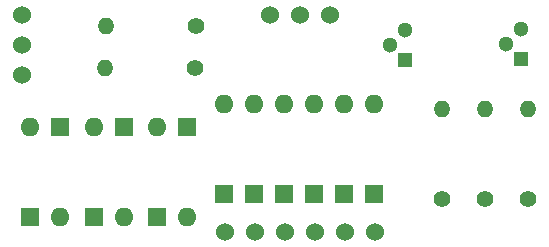
<source format=gbr>
G04 #@! TF.GenerationSoftware,KiCad,Pcbnew,(5.0.0)*
G04 #@! TF.CreationDate,2019-01-17T17:54:46+00:00*
G04 #@! TF.ProjectId,LS06,4C5330362E6B696361645F7063620000,rev?*
G04 #@! TF.SameCoordinates,Original*
G04 #@! TF.FileFunction,Soldermask,Bot*
G04 #@! TF.FilePolarity,Negative*
%FSLAX46Y46*%
G04 Gerber Fmt 4.6, Leading zero omitted, Abs format (unit mm)*
G04 Created by KiCad (PCBNEW (5.0.0)) date 01/17/19 17:54:46*
%MOMM*%
%LPD*%
G01*
G04 APERTURE LIST*
%ADD10O,1.600000X1.600000*%
%ADD11R,1.600000X1.600000*%
%ADD12C,1.524000*%
%ADD13C,1.400000*%
%ADD14O,1.400000X1.400000*%
%ADD15R,1.300000X1.300000*%
%ADD16C,1.300000*%
G04 APERTURE END LIST*
D10*
G04 #@! TO.C,D1*
X137096000Y-68834000D03*
D11*
X137096000Y-76454000D03*
G04 #@! TD*
G04 #@! TO.C,D2*
X139636000Y-76454000D03*
D10*
X139636000Y-68834000D03*
G04 #@! TD*
G04 #@! TO.C,D3*
X142176000Y-68834000D03*
D11*
X142176000Y-76454000D03*
G04 #@! TD*
G04 #@! TO.C,D4*
X144716000Y-76454000D03*
D10*
X144716000Y-68834000D03*
G04 #@! TD*
G04 #@! TO.C,D5*
X147256000Y-68834000D03*
D11*
X147256000Y-76454000D03*
G04 #@! TD*
G04 #@! TO.C,D6*
X149796000Y-76454000D03*
D10*
X149796000Y-68834000D03*
G04 #@! TD*
G04 #@! TO.C,D7*
X120650000Y-70739000D03*
D11*
X120650000Y-78359000D03*
G04 #@! TD*
G04 #@! TO.C,D8*
X123190000Y-70739000D03*
D10*
X123190000Y-78359000D03*
G04 #@! TD*
G04 #@! TO.C,D9*
X126048000Y-70739000D03*
D11*
X126048000Y-78359000D03*
G04 #@! TD*
G04 #@! TO.C,D10*
X128588000Y-70739000D03*
D10*
X128588000Y-78359000D03*
G04 #@! TD*
G04 #@! TO.C,D11*
X131382000Y-70739000D03*
D11*
X131382000Y-78359000D03*
G04 #@! TD*
G04 #@! TO.C,D12*
X133922000Y-70739000D03*
D10*
X133922000Y-78359000D03*
G04 #@! TD*
D12*
G04 #@! TO.C,J1*
X119963000Y-61225500D03*
X119963000Y-63765500D03*
X119963000Y-66305500D03*
X137108000Y-79640500D03*
X139648000Y-79640500D03*
X142188000Y-79640500D03*
X144728000Y-79640500D03*
X147268000Y-79640500D03*
X149808000Y-79640500D03*
X140918000Y-61225500D03*
X143458000Y-61225500D03*
X145998000Y-61225500D03*
G04 #@! TD*
D13*
G04 #@! TO.C,R1*
X155512000Y-76835000D03*
D14*
X155512000Y-69215000D03*
G04 #@! TD*
G04 #@! TO.C,R2*
X159194000Y-69215000D03*
D13*
X159194000Y-76835000D03*
G04 #@! TD*
D14*
G04 #@! TO.C,R3*
X162814000Y-69215000D03*
D13*
X162814000Y-76835000D03*
G04 #@! TD*
D14*
G04 #@! TO.C,R4*
X127064000Y-62166500D03*
D13*
X134684000Y-62166500D03*
G04 #@! TD*
G04 #@! TO.C,R5*
X134620000Y-65786000D03*
D14*
X127000000Y-65786000D03*
G04 #@! TD*
D15*
G04 #@! TO.C,VT1*
X152400000Y-65087500D03*
D16*
X152400000Y-62547500D03*
X151130000Y-63817500D03*
G04 #@! TD*
G04 #@! TO.C,VT2*
X160972000Y-63754000D03*
X162242000Y-62484000D03*
D15*
X162242000Y-65024000D03*
G04 #@! TD*
M02*

</source>
